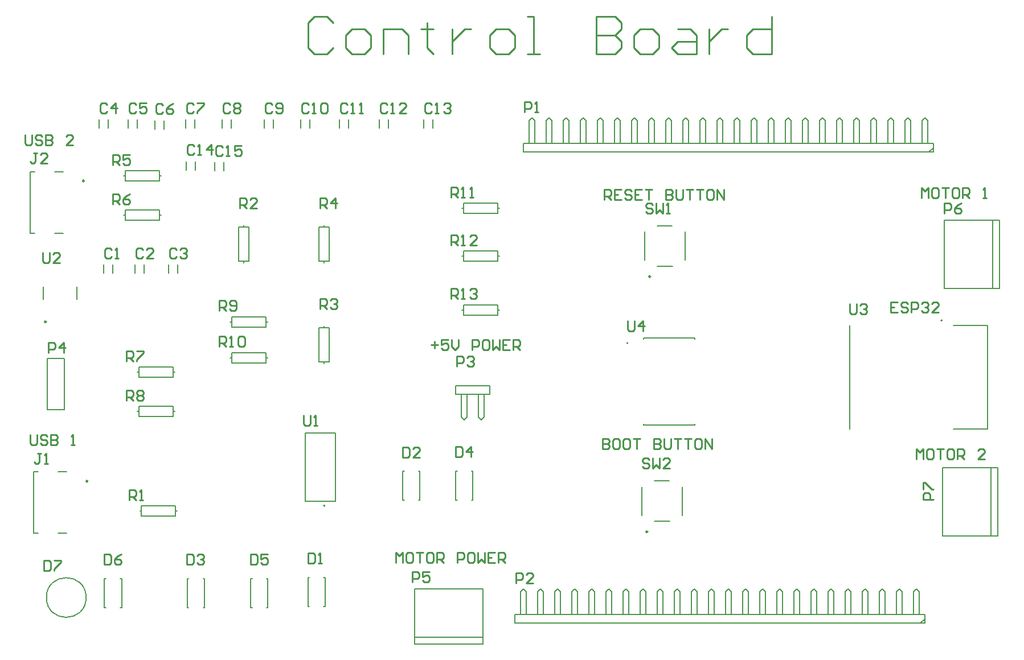
<source format=gbr>
%TF.GenerationSoftware,Altium Limited,Altium Designer,24.3.1 (35)*%
G04 Layer_Color=65535*
%FSLAX45Y45*%
%MOMM*%
%TF.SameCoordinates,9497362C-8314-4730-AF2A-4C837BA13D10*%
%TF.FilePolarity,Positive*%
%TF.FileFunction,Legend,Top*%
%TF.Part,Single*%
G01*
G75*
%TA.AperFunction,NonConductor*%
%ADD36C,0.20000*%
%ADD37C,0.12700*%
%ADD38C,0.25000*%
%ADD39C,0.25400*%
D36*
X13710600Y9998400D02*
G03*
X13710600Y9998400I-10000J0D01*
G01*
X9204802Y7577399D02*
G03*
X9204802Y7577399I-10000J0D01*
G01*
X18383501Y10331900D02*
G03*
X18383501Y10331900I-10000J0D01*
G01*
X12026900Y5829300D02*
X17932401D01*
X18122900D01*
X12111568Y5956300D02*
Y6294968D01*
X12153900Y6337300D01*
X12196237Y6294968D01*
Y5956300D02*
Y6294968D01*
X12365568Y5956300D02*
Y6294968D01*
X12407900Y6337300D01*
X12450237Y6294968D01*
Y5956300D02*
Y6294968D01*
X12619568Y5956300D02*
Y6294968D01*
X12661900Y6337300D01*
X12704237Y6294968D01*
Y5956300D02*
Y6294968D01*
X12873569Y5956300D02*
Y6294968D01*
X12915900Y6337300D01*
X12958237Y6294968D01*
Y5956300D02*
Y6294968D01*
X13127568Y5956300D02*
Y6294968D01*
X13169901Y6337300D01*
X13212238Y6294968D01*
Y5956300D02*
Y6294968D01*
X13381567Y5956300D02*
Y6294968D01*
X13423900Y6337300D01*
X13466237Y6294968D01*
Y5956300D02*
Y6294968D01*
X13635568Y5956300D02*
Y6294968D01*
X13677901Y6337300D01*
X13720238Y6294968D01*
Y5956300D02*
Y6294968D01*
X13889568Y5956300D02*
Y6294968D01*
X13931900Y6337300D01*
X13974237Y6294968D01*
Y5956300D02*
Y6294968D01*
X14143568Y5956300D02*
Y6294968D01*
X14185899Y6337300D01*
X14228236Y6294968D01*
Y5956300D02*
Y6294968D01*
X14397568Y5956300D02*
Y6294968D01*
X14439900Y6337300D01*
X14482237Y6294968D01*
Y5956300D02*
Y6294968D01*
X14651569Y5956300D02*
Y6294968D01*
X14693900Y6337300D01*
X14736237Y6294968D01*
Y5956300D02*
Y6294968D01*
X14905568Y5956300D02*
Y6294968D01*
X14947900Y6337300D01*
X14990237Y6294968D01*
Y5956300D02*
Y6294968D01*
X15159567Y5956300D02*
Y6294968D01*
X15201900Y6337300D01*
X15244232Y6294968D01*
Y5956300D02*
Y6294968D01*
X15413568Y5956300D02*
Y6294968D01*
X15455901Y6337300D01*
X15498232Y6294968D01*
Y5956300D02*
Y6294968D01*
X15667567Y5956300D02*
Y6294968D01*
X15709900Y6337300D01*
X15752232Y6294968D01*
Y5956300D02*
Y6294968D01*
X15921568Y5956300D02*
Y6294968D01*
X15963901Y6337300D01*
X16006232Y6294968D01*
Y5956300D02*
Y6294968D01*
X16175568Y5956300D02*
Y6294968D01*
X16217900Y6337300D01*
X16260233Y6294968D01*
Y5956300D02*
Y6294968D01*
X16429568Y5956300D02*
Y6294968D01*
X16471899Y6337300D01*
X16514232Y6294968D01*
Y5956300D02*
Y6294968D01*
X16683568Y5956300D02*
Y6294968D01*
X16725900Y6337300D01*
X16768233Y6294968D01*
Y5956300D02*
Y6294968D01*
X16937569Y5956300D02*
Y6294968D01*
X16979900Y6337300D01*
X17022232Y6294968D01*
Y5956300D02*
Y6294968D01*
X17191568Y5956300D02*
Y6294968D01*
X17233900Y6337300D01*
X17276231Y6294968D01*
Y5956300D02*
Y6294968D01*
X17445567Y5956300D02*
Y6294968D01*
X17487900Y6337300D01*
X17530232Y6294968D01*
Y5956300D02*
Y6294968D01*
X17699568Y5956300D02*
Y6294968D01*
X17741901Y6337300D01*
X17784232Y6294968D01*
Y5956300D02*
Y6294968D01*
X17953568Y5956300D02*
Y6294968D01*
X17995900Y6337300D01*
X18038232Y6294968D01*
Y5956300D02*
Y6294968D01*
X18059399Y5829300D02*
X18122900Y5892800D01*
X12026900Y5829300D02*
Y5956300D01*
X18122900D01*
Y5829300D02*
Y5956300D01*
X12153900Y12839700D02*
X18059399D01*
X18249899D01*
X12238568Y12966701D02*
Y13305368D01*
X12280900Y13347701D01*
X12323237Y13305368D01*
Y12966701D02*
Y13305368D01*
X12492568Y12966701D02*
Y13305368D01*
X12534900Y13347701D01*
X12577237Y13305368D01*
Y12966701D02*
Y13305368D01*
X12746568Y12966701D02*
Y13305368D01*
X12788900Y13347701D01*
X12831236Y13305368D01*
Y12966701D02*
Y13305368D01*
X13000568Y12966701D02*
Y13305368D01*
X13042900Y13347701D01*
X13085237Y13305368D01*
Y12966701D02*
Y13305368D01*
X13254568Y12966701D02*
Y13305368D01*
X13296899Y13347701D01*
X13339236Y13305368D01*
Y12966701D02*
Y13305368D01*
X13508568Y12966701D02*
Y13305368D01*
X13550900Y13347701D01*
X13593237Y13305368D01*
Y12966701D02*
Y13305368D01*
X13762569Y12966701D02*
Y13305368D01*
X13804900Y13347701D01*
X13847237Y13305368D01*
Y12966701D02*
Y13305368D01*
X14016568Y12966701D02*
Y13305368D01*
X14058900Y13347701D01*
X14101237Y13305368D01*
Y12966701D02*
Y13305368D01*
X14270567Y12966701D02*
Y13305368D01*
X14312900Y13347701D01*
X14355237Y13305368D01*
Y12966701D02*
Y13305368D01*
X14524568Y12966701D02*
Y13305368D01*
X14566901Y13347701D01*
X14609238Y13305368D01*
Y12966701D02*
Y13305368D01*
X14778568Y12966701D02*
Y13305368D01*
X14820900Y13347701D01*
X14863237Y13305368D01*
Y12966701D02*
Y13305368D01*
X15032568Y12966701D02*
Y13305368D01*
X15074899Y13347701D01*
X15117236Y13305368D01*
Y12966701D02*
Y13305368D01*
X15286568Y12966701D02*
Y13305368D01*
X15328900Y13347701D01*
X15371233Y13305368D01*
Y12966701D02*
Y13305368D01*
X15540569Y12966701D02*
Y13305368D01*
X15582899Y13347701D01*
X15625232Y13305368D01*
Y12966701D02*
Y13305368D01*
X15794568Y12966701D02*
Y13305368D01*
X15836900Y13347701D01*
X15879231Y13305368D01*
Y12966701D02*
Y13305368D01*
X16048569Y12966701D02*
Y13305368D01*
X16090900Y13347701D01*
X16133232Y13305368D01*
Y12966701D02*
Y13305368D01*
X16302568Y12966701D02*
Y13305368D01*
X16344901Y13347701D01*
X16387231Y13305368D01*
Y12966701D02*
Y13305368D01*
X16556567Y12966701D02*
Y13305368D01*
X16598900Y13347701D01*
X16641232Y13305368D01*
Y12966701D02*
Y13305368D01*
X16810568Y12966701D02*
Y13305368D01*
X16852901Y13347701D01*
X16895232Y13305368D01*
Y12966701D02*
Y13305368D01*
X17064568Y12966701D02*
Y13305368D01*
X17106900Y13347701D01*
X17149232Y13305368D01*
Y12966701D02*
Y13305368D01*
X17318568Y12966701D02*
Y13305368D01*
X17360899Y13347701D01*
X17403232Y13305368D01*
Y12966701D02*
Y13305368D01*
X17572568Y12966701D02*
Y13305368D01*
X17614900Y13347701D01*
X17657233Y13305368D01*
Y12966701D02*
Y13305368D01*
X17826569Y12966701D02*
Y13305368D01*
X17868900Y13347701D01*
X17911232Y13305368D01*
Y12966701D02*
Y13305368D01*
X18080568Y12966701D02*
Y13305368D01*
X18122900Y13347701D01*
X18165231Y13305368D01*
Y12966701D02*
Y13305368D01*
X18186400Y12839700D02*
X18249899Y12903200D01*
X12153900Y12839700D02*
Y12966701D01*
X18249899D01*
Y12839700D02*
Y12966701D01*
X7924800Y11723400D02*
X8001000D01*
X7924800Y11215400D02*
Y11723400D01*
Y11215400D02*
X8077200D01*
Y11723400D01*
X8001000D02*
X8077200D01*
X8001000Y11192540D02*
Y11215400D01*
Y11723400D02*
Y11746260D01*
X10676702Y13195178D02*
Y13322421D01*
X10811698Y13195178D02*
Y13322421D01*
X11264900Y10414000D02*
Y10490200D01*
Y10414000D02*
X11772900D01*
Y10566400D01*
X11264900D02*
X11772900D01*
X11264900Y10490200D02*
Y10566400D01*
X11772900Y10490200D02*
X11795760D01*
X11242040D02*
X11264900D01*
X5188702Y12547402D02*
X5313700D01*
X4821199D02*
X4893701D01*
X4821199Y11633398D02*
Y12547402D01*
X5188702Y11633398D02*
X5313700D01*
X4821199D02*
X4893701D01*
X5240249Y8079501D02*
X5365252D01*
X4872751D02*
X4945248D01*
X4872751Y7165503D02*
Y8079501D01*
X5240249Y7165503D02*
X5365252D01*
X4872751D02*
X4945248D01*
X5914202Y11036178D02*
Y11163422D01*
X6049198Y11036178D02*
Y11163422D01*
X6384102Y11036178D02*
Y11163422D01*
X6519098Y11036178D02*
Y11163422D01*
X6879402Y11036178D02*
Y11163422D01*
X7014398Y11036178D02*
Y11163422D01*
X6282502Y13195178D02*
Y13322421D01*
X6417498Y13195178D02*
Y13322421D01*
X5850702Y13195178D02*
Y13322421D01*
X5985698Y13195178D02*
Y13322421D01*
X6676202Y13182478D02*
Y13309721D01*
X6811198Y13182478D02*
Y13309721D01*
X6477000Y7421301D02*
Y7497501D01*
Y7421301D02*
X6985000D01*
Y7573701D01*
X6477000D02*
X6985000D01*
X6477000Y7497501D02*
Y7573701D01*
X6985000Y7497501D02*
X7007860D01*
X6454140D02*
X6477000D01*
X7133402Y13195178D02*
Y13322421D01*
X7268398Y13195178D02*
Y13322421D01*
X11573932Y8894237D02*
Y9232900D01*
X11531600Y8851900D02*
X11573932Y8894237D01*
X11489268D02*
X11531600Y8851900D01*
X11489268Y8894237D02*
Y9232900D01*
X11319932Y8894232D02*
Y9232900D01*
X11277600Y8851900D02*
X11319937Y8894237D01*
X11235268D02*
X11277600Y8851900D01*
X11235268Y8894237D02*
Y9232900D01*
X11150600Y9359900D02*
X11658600D01*
X11150600Y9232900D02*
Y9359900D01*
X11658600Y9232900D02*
Y9359900D01*
X11150600Y9232900D02*
X11658600D01*
X5334000Y9004300D02*
Y9766300D01*
X5080000D02*
X5334000D01*
X5080000Y9004300D02*
Y9766300D01*
Y9004300D02*
X5334000D01*
X7679502Y13195178D02*
Y13322421D01*
X7814498Y13195178D02*
Y13322421D01*
X8847902Y13195178D02*
Y13322421D01*
X8982898Y13195178D02*
Y13322421D01*
X8301802Y13195178D02*
Y13322421D01*
X8436798Y13195178D02*
Y13322421D01*
X5520690Y10651698D02*
Y10836702D01*
X5020310Y10651698D02*
Y10836702D01*
X9118600Y10223500D02*
X9194800D01*
X9118600Y9715500D02*
Y10223500D01*
Y9715500D02*
X9271000D01*
Y10223500D01*
X9194800D02*
X9271000D01*
X9194800Y9692640D02*
Y9715500D01*
Y10223500D02*
Y10246360D01*
X9419402Y13195178D02*
Y13322421D01*
X9554398Y13195178D02*
Y13322421D01*
X9118600Y11723400D02*
X9194800D01*
X9118600Y11215400D02*
Y11723400D01*
Y11215400D02*
X9271000D01*
Y11723400D01*
X9194800D02*
X9271000D01*
X9194800Y11192540D02*
Y11215400D01*
Y11723400D02*
Y11746260D01*
X6235700Y12406600D02*
Y12482800D01*
Y12406600D02*
X6743700D01*
Y12559000D01*
X6235700D02*
X6743700D01*
X6235700Y12482800D02*
Y12559000D01*
X6743700Y12482800D02*
X6766560D01*
X6212840D02*
X6235700D01*
X6743700Y11901200D02*
Y11977400D01*
X6235700D02*
X6743700D01*
X6235700Y11825000D02*
Y11977400D01*
Y11825000D02*
X6743700D01*
Y11901200D01*
X6212840D02*
X6235700D01*
X6743700D02*
X6766560D01*
X6438900Y9486900D02*
Y9563100D01*
Y9486900D02*
X6946900D01*
Y9639300D01*
X6438900D02*
X6946900D01*
X6438900Y9563100D02*
Y9639300D01*
X6946900Y9563100D02*
X6969760D01*
X6416040D02*
X6438900D01*
Y8902700D02*
Y8978900D01*
Y8902700D02*
X6946900D01*
Y9055100D01*
X6438900D02*
X6946900D01*
X6438900Y8978900D02*
Y9055100D01*
X6946900Y8978900D02*
X6969760D01*
X6416040D02*
X6438900D01*
X7820198Y10236200D02*
Y10312400D01*
Y10236200D02*
X8328198D01*
Y10388600D01*
X7820198D02*
X8328198D01*
X7820198Y10312400D02*
Y10388600D01*
X8328198Y10312400D02*
X8351058D01*
X7797338D02*
X7820198D01*
X11264900Y11925300D02*
Y12001500D01*
Y11925300D02*
X11772900D01*
Y12077700D01*
X11264900D02*
X11772900D01*
X11264900Y12001500D02*
Y12077700D01*
X11772900Y12001500D02*
X11795760D01*
X11242040D02*
X11264900D01*
X7820198Y9702800D02*
Y9779000D01*
Y9702800D02*
X8328198D01*
Y9855200D01*
X7820198D02*
X8328198D01*
X7820198Y9779000D02*
Y9855200D01*
X8328198Y9779000D02*
X8351058D01*
X7797338D02*
X7820198D01*
X10016302Y13195178D02*
Y13322421D01*
X10151298Y13195178D02*
Y13322421D01*
X11264900Y11214100D02*
Y11290300D01*
Y11214100D02*
X11772900D01*
Y11366500D01*
X11264900D02*
X11772900D01*
X11264900Y11290300D02*
Y11366500D01*
X11772900Y11290300D02*
X11795760D01*
X11242040D02*
X11264900D01*
X14558000Y11232302D02*
Y11652702D01*
X13959003Y11232302D02*
Y11652702D01*
X14145599Y11742202D02*
X14368501D01*
X14145599Y11143198D02*
X14371400D01*
X7146102Y12573122D02*
Y12700366D01*
X7281098Y12573122D02*
Y12700366D01*
X14514398Y7435002D02*
Y7855402D01*
X13915401Y7435002D02*
Y7855402D01*
X14101999Y7944902D02*
X14324899D01*
X14101999Y7345898D02*
X14327800D01*
X7565202Y12560178D02*
Y12687422D01*
X7700198Y12560178D02*
Y12687422D01*
D37*
X5654400Y6210300D02*
G03*
X5654400Y6210300I-295000J0D01*
G01*
X19106001Y7124700D02*
Y8140700D01*
X18385999Y7124700D02*
X19106001D01*
X19206001D01*
Y8140700D01*
X19106001D02*
X19206001D01*
X18385999D02*
X19106001D01*
X18385999Y7124700D02*
Y8140700D01*
X5926902Y6061700D02*
Y6494699D01*
X6182898Y6061700D02*
Y6494699D01*
X6161898D02*
X6182898D01*
X5926902D02*
X5947898D01*
X6161898Y6061700D02*
X6182898D01*
X5926902D02*
X5947898D01*
X13945601Y8773399D02*
X14705598D01*
X13945601D02*
Y8790402D01*
X14705598Y8773399D02*
Y8790402D01*
Y10056398D02*
Y10073401D01*
X13945601Y10056398D02*
Y10073401D01*
X14705598D01*
X10541000Y5620898D02*
X11557000D01*
X10541000D02*
Y6340902D01*
Y5520898D02*
Y5620898D01*
Y5520898D02*
X11557000D01*
Y5620898D01*
Y6340902D01*
X10541000D02*
X11557000D01*
X19131403Y10807700D02*
Y11823700D01*
X18411398Y10807700D02*
X19131403D01*
X19231403D01*
Y11823700D01*
X19131403D02*
X19231403D01*
X18411398D02*
X19131403D01*
X18411398Y10807700D02*
Y11823700D01*
X8909304Y8662401D02*
X9359301D01*
Y7642398D02*
Y8662401D01*
X8909304Y7642398D02*
Y8662401D01*
Y7642398D02*
X9359301D01*
X8952499Y6078301D02*
X8973500D01*
X9187500D02*
X9208501D01*
X8952499Y6511300D02*
X8973500D01*
X9187500D02*
X9208501D01*
Y6078301D02*
Y6511300D01*
X8952499Y6078301D02*
Y6511300D01*
X10362199Y7660899D02*
X10383200D01*
X10597200D02*
X10618201D01*
X10362199Y8093903D02*
X10383200D01*
X10597200D02*
X10618201D01*
Y7660899D02*
Y8093903D01*
X10362199Y7660899D02*
Y8093903D01*
X7158198Y6061700D02*
X7179198D01*
X7393198D02*
X7414199D01*
X7158198Y6494699D02*
X7179198D01*
X7393198D02*
X7414199D01*
Y6061700D02*
Y6494699D01*
X7158198Y6061700D02*
Y6494699D01*
X11149599Y7661900D02*
X11170600D01*
X11384600D02*
X11405601D01*
X11149599Y8094899D02*
X11170600D01*
X11384600D02*
X11405601D01*
Y7661900D02*
Y8094899D01*
X11149599Y7661900D02*
Y8094899D01*
X8101599Y6061700D02*
X8122600D01*
X8336600D02*
X8357601D01*
X8101599Y6494699D02*
X8122600D01*
X8336600D02*
X8357601D01*
Y6061700D02*
Y6494699D01*
X8101599Y6061700D02*
Y6494699D01*
X19056000Y8716899D02*
Y10256901D01*
X18551003Y8716899D02*
X19056000D01*
X17006001D02*
Y10256901D01*
X18551003D02*
X19056000D01*
D38*
X5626200Y12409900D02*
G03*
X5626200Y12409900I-12500J0D01*
G01*
X5677750Y7942000D02*
G03*
X5677750Y7942000I-12500J0D01*
G01*
X5061000Y10314810D02*
G03*
X5061000Y10314810I-12500J0D01*
G01*
X14046001Y10987700D02*
G03*
X14046001Y10987700I-12500J0D01*
G01*
X14002400Y7190400D02*
G03*
X14002400Y7190400I-12500J0D01*
G01*
D39*
X9325913Y14765717D02*
X9232810Y14858820D01*
X9046603D01*
X8953500Y14765717D01*
Y14393303D01*
X9046603Y14300200D01*
X9232810D01*
X9325913Y14393303D01*
X9605223Y14300200D02*
X9791429D01*
X9884532Y14393303D01*
Y14579510D01*
X9791429Y14672614D01*
X9605223D01*
X9512119Y14579510D01*
Y14393303D01*
X9605223Y14300200D01*
X10070739D02*
Y14672614D01*
X10350048D01*
X10443152Y14579510D01*
Y14300200D01*
X10722461Y14765717D02*
Y14672614D01*
X10629358D01*
X10815565D01*
X10722461D01*
Y14393303D01*
X10815565Y14300200D01*
X11094874Y14672614D02*
Y14300200D01*
Y14486406D01*
X11187978Y14579510D01*
X11281081Y14672614D01*
X11374184D01*
X11746597Y14300200D02*
X11932803D01*
X12025907Y14393303D01*
Y14579510D01*
X11932803Y14672614D01*
X11746597D01*
X11653494Y14579510D01*
Y14393303D01*
X11746597Y14300200D01*
X12212113D02*
X12398320D01*
X12305216D01*
Y14858820D01*
X12212113D01*
X13236249D02*
Y14300200D01*
X13515558D01*
X13608662Y14393303D01*
Y14486406D01*
X13515558Y14579510D01*
X13236249D01*
X13515558D01*
X13608662Y14672614D01*
Y14765717D01*
X13515558Y14858820D01*
X13236249D01*
X13887971Y14300200D02*
X14074178D01*
X14167281Y14393303D01*
Y14579510D01*
X14074178Y14672614D01*
X13887971D01*
X13794868Y14579510D01*
Y14393303D01*
X13887971Y14300200D01*
X14446591Y14672614D02*
X14632797D01*
X14725900Y14579510D01*
Y14300200D01*
X14446591D01*
X14353488Y14393303D01*
X14446591Y14486406D01*
X14725900D01*
X14912106Y14672614D02*
Y14300200D01*
Y14486406D01*
X15005209Y14579510D01*
X15098312Y14672614D01*
X15191417D01*
X15843140Y14858820D02*
Y14300200D01*
X15563831D01*
X15470726Y14393303D01*
Y14579510D01*
X15563831Y14672614D01*
X15843140D01*
X17716467Y10604451D02*
X17614900D01*
Y10452100D01*
X17716467D01*
X17614900Y10528275D02*
X17665683D01*
X17868819Y10579059D02*
X17843427Y10604451D01*
X17792644D01*
X17767252Y10579059D01*
Y10553667D01*
X17792644Y10528275D01*
X17843427D01*
X17868819Y10502883D01*
Y10477492D01*
X17843427Y10452100D01*
X17792644D01*
X17767252Y10477492D01*
X17919601Y10452100D02*
Y10604451D01*
X17995776D01*
X18021169Y10579059D01*
Y10528275D01*
X17995776Y10502883D01*
X17919601D01*
X18071951Y10579059D02*
X18097343Y10604451D01*
X18148128D01*
X18173518Y10579059D01*
Y10553667D01*
X18148128Y10528275D01*
X18122736D01*
X18148128D01*
X18173518Y10502883D01*
Y10477492D01*
X18148128Y10452100D01*
X18097343D01*
X18071951Y10477492D01*
X18325870Y10452100D02*
X18224303D01*
X18325870Y10553667D01*
Y10579059D01*
X18300478Y10604451D01*
X18249695D01*
X18224303Y10579059D01*
X10782300Y9969475D02*
X10883867D01*
X10833083Y10020259D02*
Y9918692D01*
X11036218Y10045651D02*
X10934651D01*
Y9969475D01*
X10985434Y9994867D01*
X11010826D01*
X11036218Y9969475D01*
Y9918692D01*
X11010826Y9893300D01*
X10960043D01*
X10934651Y9918692D01*
X11087001Y10045651D02*
Y9944083D01*
X11137785Y9893300D01*
X11188569Y9944083D01*
Y10045651D01*
X11391703Y9893300D02*
Y10045651D01*
X11467878D01*
X11493270Y10020259D01*
Y9969475D01*
X11467878Y9944083D01*
X11391703D01*
X11620229Y10045651D02*
X11569445D01*
X11544054Y10020259D01*
Y9918692D01*
X11569445Y9893300D01*
X11620229D01*
X11645621Y9918692D01*
Y10020259D01*
X11620229Y10045651D01*
X11696404D02*
Y9893300D01*
X11747188Y9944083D01*
X11797972Y9893300D01*
Y10045651D01*
X11950322D02*
X11848755D01*
Y9893300D01*
X11950322D01*
X11848755Y9969475D02*
X11899539D01*
X12001106Y9893300D02*
Y10045651D01*
X12077281D01*
X12102673Y10020259D01*
Y9969475D01*
X12077281Y9944083D01*
X12001106D01*
X12051889D02*
X12102673Y9893300D01*
X4826000Y8635951D02*
Y8508992D01*
X4851392Y8483600D01*
X4902175D01*
X4927567Y8508992D01*
Y8635951D01*
X5079918Y8610559D02*
X5054526Y8635951D01*
X5003743D01*
X4978351Y8610559D01*
Y8585167D01*
X5003743Y8559775D01*
X5054526D01*
X5079918Y8534383D01*
Y8508992D01*
X5054526Y8483600D01*
X5003743D01*
X4978351Y8508992D01*
X5130701Y8635951D02*
Y8483600D01*
X5206877D01*
X5232269Y8508992D01*
Y8534383D01*
X5206877Y8559775D01*
X5130701D01*
X5206877D01*
X5232269Y8585167D01*
Y8610559D01*
X5206877Y8635951D01*
X5130701D01*
X5435403Y8483600D02*
X5486186D01*
X5460795D01*
Y8635951D01*
X5435403Y8610559D01*
X4749800Y13093651D02*
Y12966692D01*
X4775192Y12941299D01*
X4825975D01*
X4851367Y12966692D01*
Y13093651D01*
X5003718Y13068259D02*
X4978326Y13093651D01*
X4927543D01*
X4902151Y13068259D01*
Y13042867D01*
X4927543Y13017474D01*
X4978326D01*
X5003718Y12992084D01*
Y12966692D01*
X4978326Y12941299D01*
X4927543D01*
X4902151Y12966692D01*
X5054501Y13093651D02*
Y12941299D01*
X5130677D01*
X5156069Y12966692D01*
Y12992084D01*
X5130677Y13017474D01*
X5054501D01*
X5130677D01*
X5156069Y13042867D01*
Y13068259D01*
X5130677Y13093651D01*
X5054501D01*
X5460770Y12941299D02*
X5359203D01*
X5460770Y13042867D01*
Y13068259D01*
X5435378Y13093651D01*
X5384595D01*
X5359203Y13068259D01*
X10261600Y6731000D02*
Y6883351D01*
X10312383Y6832567D01*
X10363167Y6883351D01*
Y6731000D01*
X10490126Y6883351D02*
X10439343D01*
X10413951Y6857959D01*
Y6756392D01*
X10439343Y6731000D01*
X10490126D01*
X10515518Y6756392D01*
Y6857959D01*
X10490126Y6883351D01*
X10566301D02*
X10667869D01*
X10617085D01*
Y6731000D01*
X10794828Y6883351D02*
X10744044D01*
X10718652Y6857959D01*
Y6756392D01*
X10744044Y6731000D01*
X10794828D01*
X10820219Y6756392D01*
Y6857959D01*
X10794828Y6883351D01*
X10871003Y6731000D02*
Y6883351D01*
X10947178D01*
X10972570Y6857959D01*
Y6807175D01*
X10947178Y6781783D01*
X10871003D01*
X10921786D02*
X10972570Y6731000D01*
X11175704D02*
Y6883351D01*
X11251880D01*
X11277272Y6857959D01*
Y6807175D01*
X11251880Y6781783D01*
X11175704D01*
X11404230Y6883351D02*
X11353447D01*
X11328055Y6857959D01*
Y6756392D01*
X11353447Y6731000D01*
X11404230D01*
X11429622Y6756392D01*
Y6857959D01*
X11404230Y6883351D01*
X11480406D02*
Y6731000D01*
X11531189Y6781783D01*
X11581973Y6731000D01*
Y6883351D01*
X11734324D02*
X11632757D01*
Y6731000D01*
X11734324D01*
X11632757Y6807175D02*
X11683540D01*
X11785107Y6731000D02*
Y6883351D01*
X11861283D01*
X11886674Y6857959D01*
Y6807175D01*
X11861283Y6781783D01*
X11785107D01*
X11835891D02*
X11886674Y6731000D01*
X17995900Y8267700D02*
Y8420051D01*
X18046683Y8369267D01*
X18097467Y8420051D01*
Y8267700D01*
X18224426Y8420051D02*
X18173643D01*
X18148251Y8394659D01*
Y8293092D01*
X18173643Y8267700D01*
X18224426D01*
X18249818Y8293092D01*
Y8394659D01*
X18224426Y8420051D01*
X18300601D02*
X18402168D01*
X18351385D01*
Y8267700D01*
X18529128Y8420051D02*
X18478345D01*
X18452953Y8394659D01*
Y8293092D01*
X18478345Y8267700D01*
X18529128D01*
X18554520Y8293092D01*
Y8394659D01*
X18529128Y8420051D01*
X18605302Y8267700D02*
Y8420051D01*
X18681477D01*
X18706870Y8394659D01*
Y8343875D01*
X18681477Y8318483D01*
X18605302D01*
X18656087D02*
X18706870Y8267700D01*
X19011572D02*
X18910004D01*
X19011572Y8369267D01*
Y8394659D01*
X18986180Y8420051D01*
X18935396D01*
X18910004Y8394659D01*
X18072099Y12153900D02*
Y12306251D01*
X18122884Y12255467D01*
X18173666Y12306251D01*
Y12153900D01*
X18300626Y12306251D02*
X18249843D01*
X18224451Y12280859D01*
Y12179292D01*
X18249843Y12153900D01*
X18300626D01*
X18326018Y12179292D01*
Y12280859D01*
X18300626Y12306251D01*
X18376801D02*
X18478369D01*
X18427585D01*
Y12153900D01*
X18605328Y12306251D02*
X18554544D01*
X18529152Y12280859D01*
Y12179292D01*
X18554544Y12153900D01*
X18605328D01*
X18630719Y12179292D01*
Y12280859D01*
X18605328Y12306251D01*
X18681503Y12153900D02*
Y12306251D01*
X18757678D01*
X18783070Y12280859D01*
Y12230075D01*
X18757678Y12204683D01*
X18681503D01*
X18732286D02*
X18783070Y12153900D01*
X18986205D02*
X19036987D01*
X19011597D01*
Y12306251D01*
X18986205Y12280859D01*
X13335001Y8572451D02*
Y8420100D01*
X13411176D01*
X13436568Y8445492D01*
Y8470883D01*
X13411176Y8496275D01*
X13335001D01*
X13411176D01*
X13436568Y8521667D01*
Y8547059D01*
X13411176Y8572451D01*
X13335001D01*
X13563525D02*
X13512743D01*
X13487350Y8547059D01*
Y8445492D01*
X13512743Y8420100D01*
X13563525D01*
X13588918Y8445492D01*
Y8547059D01*
X13563525Y8572451D01*
X13715877D02*
X13665092D01*
X13639700Y8547059D01*
Y8445492D01*
X13665092Y8420100D01*
X13715877D01*
X13741269Y8445492D01*
Y8547059D01*
X13715877Y8572451D01*
X13792052D02*
X13893619D01*
X13842836D01*
Y8420100D01*
X14096754Y8572451D02*
Y8420100D01*
X14172929D01*
X14198322Y8445492D01*
Y8470883D01*
X14172929Y8496275D01*
X14096754D01*
X14172929D01*
X14198322Y8521667D01*
Y8547059D01*
X14172929Y8572451D01*
X14096754D01*
X14249104D02*
Y8445492D01*
X14274496Y8420100D01*
X14325281D01*
X14350671Y8445492D01*
Y8572451D01*
X14401456D02*
X14503021D01*
X14452238D01*
Y8420100D01*
X14553806Y8572451D02*
X14655373D01*
X14604588D01*
Y8420100D01*
X14782332Y8572451D02*
X14731548D01*
X14706157Y8547059D01*
Y8445492D01*
X14731548Y8420100D01*
X14782332D01*
X14807724Y8445492D01*
Y8547059D01*
X14782332Y8572451D01*
X14858507Y8420100D02*
Y8572451D01*
X14960074Y8420100D01*
Y8572451D01*
X13360400Y12128500D02*
Y12280851D01*
X13436575D01*
X13461967Y12255459D01*
Y12204675D01*
X13436575Y12179283D01*
X13360400D01*
X13411183D02*
X13461967Y12128500D01*
X13614317Y12280851D02*
X13512750D01*
Y12128500D01*
X13614317D01*
X13512750Y12204675D02*
X13563535D01*
X13766669Y12255459D02*
X13741277Y12280851D01*
X13690492D01*
X13665102Y12255459D01*
Y12230067D01*
X13690492Y12204675D01*
X13741277D01*
X13766669Y12179283D01*
Y12153892D01*
X13741277Y12128500D01*
X13690492D01*
X13665102Y12153892D01*
X13919019Y12280851D02*
X13817451D01*
Y12128500D01*
X13919019D01*
X13817451Y12204675D02*
X13868236D01*
X13969803Y12280851D02*
X14071370D01*
X14020586D01*
Y12128500D01*
X14274504Y12280851D02*
Y12128500D01*
X14350681D01*
X14376073Y12153892D01*
Y12179283D01*
X14350681Y12204675D01*
X14274504D01*
X14350681D01*
X14376073Y12230067D01*
Y12255459D01*
X14350681Y12280851D01*
X14274504D01*
X14426855D02*
Y12153892D01*
X14452248Y12128500D01*
X14503030D01*
X14528423Y12153892D01*
Y12280851D01*
X14579205D02*
X14680772D01*
X14629990D01*
Y12128500D01*
X14731557Y12280851D02*
X14833124D01*
X14782339D01*
Y12128500D01*
X14960083Y12280851D02*
X14909299D01*
X14883907Y12255459D01*
Y12153892D01*
X14909299Y12128500D01*
X14960083D01*
X14985474Y12153892D01*
Y12255459D01*
X14960083Y12280851D01*
X15036258Y12128500D02*
Y12280851D01*
X15137825Y12128500D01*
Y12280851D01*
X13705840Y10330131D02*
Y10203172D01*
X13731232Y10177780D01*
X13782014D01*
X13807407Y10203172D01*
Y10330131D01*
X13934366Y10177780D02*
Y10330131D01*
X13858191Y10253955D01*
X13959758D01*
X18249875Y7670841D02*
X18097525D01*
Y7747017D01*
X18122917Y7772408D01*
X18173700D01*
X18199092Y7747017D01*
Y7670841D01*
X18097525Y7823192D02*
Y7924759D01*
X18122917D01*
X18224483Y7823192D01*
X18249875D01*
X18409920Y11927840D02*
Y12080191D01*
X18486095D01*
X18511487Y12054799D01*
Y12004015D01*
X18486095Y11978623D01*
X18409920D01*
X18663838Y12080191D02*
X18613054Y12054799D01*
X18562271Y12004015D01*
Y11953232D01*
X18587663Y11927840D01*
X18638446D01*
X18663838Y11953232D01*
Y11978623D01*
X18638446Y12004015D01*
X18562271D01*
X10505440Y6443980D02*
Y6596331D01*
X10581615D01*
X10607007Y6570939D01*
Y6520155D01*
X10581615Y6494763D01*
X10505440D01*
X10759358Y6596331D02*
X10657791D01*
Y6520155D01*
X10708574Y6545547D01*
X10733966D01*
X10759358Y6520155D01*
Y6469372D01*
X10733966Y6443980D01*
X10683183D01*
X10657791Y6469372D01*
X11082020Y10652760D02*
Y10805111D01*
X11158195D01*
X11183587Y10779719D01*
Y10728935D01*
X11158195Y10703543D01*
X11082020D01*
X11132803D02*
X11183587Y10652760D01*
X11234371D02*
X11285154D01*
X11259763D01*
Y10805111D01*
X11234371Y10779719D01*
X11361330D02*
X11386721Y10805111D01*
X11437505D01*
X11462897Y10779719D01*
Y10754327D01*
X11437505Y10728935D01*
X11412113D01*
X11437505D01*
X11462897Y10703543D01*
Y10678152D01*
X11437505Y10652760D01*
X11386721D01*
X11361330Y10678152D01*
X5024120Y6761431D02*
Y6609080D01*
X5100295D01*
X5125687Y6634472D01*
Y6736039D01*
X5100295Y6761431D01*
X5024120D01*
X5176471D02*
X5278038D01*
Y6736039D01*
X5176471Y6634472D01*
Y6609080D01*
X17002760Y10581591D02*
Y10454632D01*
X17028152Y10429240D01*
X17078935D01*
X17104327Y10454632D01*
Y10581591D01*
X17155112Y10556199D02*
X17180502Y10581591D01*
X17231287D01*
X17256677Y10556199D01*
Y10530807D01*
X17231287Y10505415D01*
X17205894D01*
X17231287D01*
X17256677Y10480023D01*
Y10454632D01*
X17231287Y10429240D01*
X17180502D01*
X17155112Y10454632D01*
X5011420Y11343591D02*
Y11216632D01*
X5036812Y11191240D01*
X5087595D01*
X5112987Y11216632D01*
Y11343591D01*
X5265338Y11191240D02*
X5163771D01*
X5265338Y11292807D01*
Y11318199D01*
X5239946Y11343591D01*
X5189163D01*
X5163771Y11318199D01*
X8890000Y8917891D02*
Y8790932D01*
X8915392Y8765540D01*
X8966175D01*
X8991567Y8790932D01*
Y8917891D01*
X9042351Y8765540D02*
X9093134D01*
X9067743D01*
Y8917891D01*
X9042351Y8892499D01*
X14028387Y8260039D02*
X14002995Y8285431D01*
X13952213D01*
X13926820Y8260039D01*
Y8234647D01*
X13952213Y8209255D01*
X14002995D01*
X14028387Y8183863D01*
Y8158472D01*
X14002995Y8133080D01*
X13952213D01*
X13926820Y8158472D01*
X14079172Y8285431D02*
Y8133080D01*
X14129955Y8183863D01*
X14180737Y8133080D01*
Y8285431D01*
X14333089Y8133080D02*
X14231522D01*
X14333089Y8234647D01*
Y8260039D01*
X14307697Y8285431D01*
X14256914D01*
X14231522Y8260039D01*
X14074107Y12057339D02*
X14048715Y12082731D01*
X13997932D01*
X13972540Y12057339D01*
Y12031947D01*
X13997932Y12006555D01*
X14048715D01*
X14074107Y11981163D01*
Y11955772D01*
X14048715Y11930380D01*
X13997932D01*
X13972540Y11955772D01*
X14124892Y12082731D02*
Y11930380D01*
X14175674Y11981163D01*
X14226459Y11930380D01*
Y12082731D01*
X14277242Y11930380D02*
X14328024D01*
X14302634D01*
Y12082731D01*
X14277242Y12057339D01*
X11082020Y11452860D02*
Y11605211D01*
X11158195D01*
X11183587Y11579819D01*
Y11529035D01*
X11158195Y11503643D01*
X11082020D01*
X11132803D02*
X11183587Y11452860D01*
X11234371D02*
X11285154D01*
X11259763D01*
Y11605211D01*
X11234371Y11579819D01*
X11462897Y11452860D02*
X11361330D01*
X11462897Y11554427D01*
Y11579819D01*
X11437505Y11605211D01*
X11386721D01*
X11361330Y11579819D01*
X11082020Y12164060D02*
Y12316411D01*
X11158195D01*
X11183587Y12291019D01*
Y12240235D01*
X11158195Y12214843D01*
X11082020D01*
X11132803D02*
X11183587Y12164060D01*
X11234371D02*
X11285154D01*
X11259763D01*
Y12316411D01*
X11234371Y12291019D01*
X11361330Y12164060D02*
X11412113D01*
X11386721D01*
Y12316411D01*
X11361330Y12291019D01*
X7637780Y9941560D02*
Y10093911D01*
X7713955D01*
X7739347Y10068519D01*
Y10017735D01*
X7713955Y9992343D01*
X7637780D01*
X7688563D02*
X7739347Y9941560D01*
X7790131D02*
X7840914D01*
X7815523D01*
Y10093911D01*
X7790131Y10068519D01*
X7917090D02*
X7942481Y10093911D01*
X7993265D01*
X8018657Y10068519D01*
Y9966952D01*
X7993265Y9941560D01*
X7942481D01*
X7917090Y9966952D01*
Y10068519D01*
X7637780Y10474960D02*
Y10627311D01*
X7713955D01*
X7739347Y10601919D01*
Y10551135D01*
X7713955Y10525743D01*
X7637780D01*
X7688563D02*
X7739347Y10474960D01*
X7790131Y10500352D02*
X7815523Y10474960D01*
X7866306D01*
X7891698Y10500352D01*
Y10601919D01*
X7866306Y10627311D01*
X7815523D01*
X7790131Y10601919D01*
Y10576527D01*
X7815523Y10551135D01*
X7891698D01*
X6256020Y9141460D02*
Y9293811D01*
X6332195D01*
X6357587Y9268419D01*
Y9217635D01*
X6332195Y9192243D01*
X6256020D01*
X6306803D02*
X6357587Y9141460D01*
X6408371Y9268419D02*
X6433763Y9293811D01*
X6484546D01*
X6509938Y9268419D01*
Y9243027D01*
X6484546Y9217635D01*
X6509938Y9192243D01*
Y9166852D01*
X6484546Y9141460D01*
X6433763D01*
X6408371Y9166852D01*
Y9192243D01*
X6433763Y9217635D01*
X6408371Y9243027D01*
Y9268419D01*
X6433763Y9217635D02*
X6484546D01*
X6256020Y9725660D02*
Y9878011D01*
X6332195D01*
X6357587Y9852619D01*
Y9801835D01*
X6332195Y9776443D01*
X6256020D01*
X6306803D02*
X6357587Y9725660D01*
X6408371Y9878011D02*
X6509938D01*
Y9852619D01*
X6408371Y9751052D01*
Y9725660D01*
X6052820Y12062460D02*
Y12214811D01*
X6128995D01*
X6154387Y12189419D01*
Y12138635D01*
X6128995Y12113243D01*
X6052820D01*
X6103603D02*
X6154387Y12062460D01*
X6306738Y12214811D02*
X6255954Y12189419D01*
X6205171Y12138635D01*
Y12087852D01*
X6230563Y12062460D01*
X6281346D01*
X6306738Y12087852D01*
Y12113243D01*
X6281346Y12138635D01*
X6205171D01*
X6052820Y12644120D02*
Y12796471D01*
X6128995D01*
X6154387Y12771079D01*
Y12720295D01*
X6128995Y12694903D01*
X6052820D01*
X6103603D02*
X6154387Y12644120D01*
X6306738Y12796471D02*
X6205171D01*
Y12720295D01*
X6255954Y12745687D01*
X6281346D01*
X6306738Y12720295D01*
Y12669512D01*
X6281346Y12644120D01*
X6230563D01*
X6205171Y12669512D01*
X9133840Y12006580D02*
Y12158931D01*
X9210015D01*
X9235407Y12133539D01*
Y12082755D01*
X9210015Y12057363D01*
X9133840D01*
X9184623D02*
X9235407Y12006580D01*
X9362366D02*
Y12158931D01*
X9286191Y12082755D01*
X9387758D01*
X9133840Y10507980D02*
Y10660331D01*
X9210015D01*
X9235407Y10634939D01*
Y10584155D01*
X9210015Y10558763D01*
X9133840D01*
X9184623D02*
X9235407Y10507980D01*
X9286191Y10634939D02*
X9311583Y10660331D01*
X9362366D01*
X9387758Y10634939D01*
Y10609547D01*
X9362366Y10584155D01*
X9336974D01*
X9362366D01*
X9387758Y10558763D01*
Y10533372D01*
X9362366Y10507980D01*
X9311583D01*
X9286191Y10533372D01*
X7940040Y12006580D02*
Y12158931D01*
X8016215D01*
X8041607Y12133539D01*
Y12082755D01*
X8016215Y12057363D01*
X7940040D01*
X7990823D02*
X8041607Y12006580D01*
X8193958D02*
X8092391D01*
X8193958Y12108147D01*
Y12133539D01*
X8168566Y12158931D01*
X8117783D01*
X8092391Y12133539D01*
X6294120Y7660640D02*
Y7812991D01*
X6370295D01*
X6395687Y7787599D01*
Y7736815D01*
X6370295Y7711423D01*
X6294120D01*
X6344903D02*
X6395687Y7660640D01*
X6446471D02*
X6497254D01*
X6471863D01*
Y7812991D01*
X6446471Y7787599D01*
X5095240Y9852660D02*
Y10005011D01*
X5171415D01*
X5196807Y9979619D01*
Y9928835D01*
X5171415Y9903443D01*
X5095240D01*
X5323766Y9852660D02*
Y10005011D01*
X5247591Y9928835D01*
X5349158D01*
X11165840Y9649460D02*
Y9801811D01*
X11242015D01*
X11267407Y9776419D01*
Y9725635D01*
X11242015Y9700243D01*
X11165840D01*
X11318191Y9776419D02*
X11343583Y9801811D01*
X11394366D01*
X11419758Y9776419D01*
Y9751027D01*
X11394366Y9725635D01*
X11368974D01*
X11394366D01*
X11419758Y9700243D01*
Y9674852D01*
X11394366Y9649460D01*
X11343583D01*
X11318191Y9674852D01*
X12042140Y6423660D02*
Y6576011D01*
X12118315D01*
X12143707Y6550619D01*
Y6499835D01*
X12118315Y6474443D01*
X12042140D01*
X12296058Y6423660D02*
X12194491D01*
X12296058Y6525227D01*
Y6550619D01*
X12270666Y6576011D01*
X12219883D01*
X12194491Y6550619D01*
X12169140Y13434061D02*
Y13586411D01*
X12245315D01*
X12270707Y13561018D01*
Y13510236D01*
X12245315Y13484843D01*
X12169140D01*
X12321491Y13434061D02*
X12372274D01*
X12346883D01*
Y13586411D01*
X12321491Y13561018D01*
X4927567Y12821870D02*
X4876783D01*
X4902175D01*
Y12694912D01*
X4876783Y12669520D01*
X4851392D01*
X4826000Y12694912D01*
X5079918Y12669520D02*
X4978351D01*
X5079918Y12771087D01*
Y12796479D01*
X5054526Y12821870D01*
X5003743D01*
X4978351Y12796479D01*
X4980907Y8354011D02*
X4930123D01*
X4955515D01*
Y8227052D01*
X4930123Y8201660D01*
X4904732D01*
X4879340Y8227052D01*
X5031691Y8201660D02*
X5082474D01*
X5057083D01*
Y8354011D01*
X5031691Y8328619D01*
X5925820Y6852871D02*
Y6700520D01*
X6001995D01*
X6027387Y6725912D01*
Y6827479D01*
X6001995Y6852871D01*
X5925820D01*
X6179738D02*
X6128954Y6827479D01*
X6078171Y6776695D01*
Y6725912D01*
X6103563Y6700520D01*
X6154346D01*
X6179738Y6725912D01*
Y6751303D01*
X6154346Y6776695D01*
X6078171D01*
X8100060Y6852871D02*
Y6700520D01*
X8176235D01*
X8201627Y6725912D01*
Y6827479D01*
X8176235Y6852871D01*
X8100060D01*
X8353978D02*
X8252411D01*
Y6776695D01*
X8303194Y6802087D01*
X8328586D01*
X8353978Y6776695D01*
Y6725912D01*
X8328586Y6700520D01*
X8277803D01*
X8252411Y6725912D01*
X11148060Y8453071D02*
Y8300720D01*
X11224235D01*
X11249627Y8326112D01*
Y8427679D01*
X11224235Y8453071D01*
X11148060D01*
X11376586Y8300720D02*
Y8453071D01*
X11300411Y8376895D01*
X11401978D01*
X7155180Y6852871D02*
Y6700520D01*
X7231355D01*
X7256747Y6725912D01*
Y6827479D01*
X7231355Y6852871D01*
X7155180D01*
X7307531Y6827479D02*
X7332923Y6852871D01*
X7383706D01*
X7409098Y6827479D01*
Y6802087D01*
X7383706Y6776695D01*
X7358314D01*
X7383706D01*
X7409098Y6751303D01*
Y6725912D01*
X7383706Y6700520D01*
X7332923D01*
X7307531Y6725912D01*
X10360660Y8450531D02*
Y8298180D01*
X10436835D01*
X10462227Y8323572D01*
Y8425139D01*
X10436835Y8450531D01*
X10360660D01*
X10614578Y8298180D02*
X10513011D01*
X10614578Y8399747D01*
Y8425139D01*
X10589186Y8450531D01*
X10538403D01*
X10513011Y8425139D01*
X8950960Y6868111D02*
Y6715760D01*
X9027135D01*
X9052527Y6741152D01*
Y6842719D01*
X9027135Y6868111D01*
X8950960D01*
X9103311Y6715760D02*
X9154094D01*
X9128703D01*
Y6868111D01*
X9103311Y6842719D01*
X7680927Y12910779D02*
X7655535Y12936171D01*
X7604752D01*
X7579360Y12910779D01*
Y12809212D01*
X7604752Y12783820D01*
X7655535D01*
X7680927Y12809212D01*
X7731711Y12783820D02*
X7782494D01*
X7757103D01*
Y12936171D01*
X7731711Y12910779D01*
X7960237Y12936171D02*
X7858670D01*
Y12859995D01*
X7909453Y12885387D01*
X7934845D01*
X7960237Y12859995D01*
Y12809212D01*
X7934845Y12783820D01*
X7884061D01*
X7858670Y12809212D01*
X7261827Y12923479D02*
X7236435Y12948871D01*
X7185652D01*
X7160260Y12923479D01*
Y12821912D01*
X7185652Y12796520D01*
X7236435D01*
X7261827Y12821912D01*
X7312611Y12796520D02*
X7363394D01*
X7338003D01*
Y12948871D01*
X7312611Y12923479D01*
X7515745Y12796520D02*
Y12948871D01*
X7439570Y12872694D01*
X7541137D01*
X10792427Y13545779D02*
X10767035Y13571172D01*
X10716252D01*
X10690860Y13545779D01*
Y13444212D01*
X10716252Y13418820D01*
X10767035D01*
X10792427Y13444212D01*
X10843211Y13418820D02*
X10893994D01*
X10868603D01*
Y13571172D01*
X10843211Y13545779D01*
X10970170D02*
X10995561Y13571172D01*
X11046345D01*
X11071737Y13545779D01*
Y13520387D01*
X11046345Y13494995D01*
X11020953D01*
X11046345D01*
X11071737Y13469603D01*
Y13444212D01*
X11046345Y13418820D01*
X10995561D01*
X10970170Y13444212D01*
X10132027Y13545779D02*
X10106635Y13571172D01*
X10055852D01*
X10030460Y13545779D01*
Y13444212D01*
X10055852Y13418820D01*
X10106635D01*
X10132027Y13444212D01*
X10182811Y13418820D02*
X10233594D01*
X10208203D01*
Y13571172D01*
X10182811Y13545779D01*
X10411337Y13418820D02*
X10309770D01*
X10411337Y13520387D01*
Y13545779D01*
X10385945Y13571172D01*
X10335161D01*
X10309770Y13545779D01*
X9535127D02*
X9509735Y13571172D01*
X9458952D01*
X9433560Y13545779D01*
Y13444212D01*
X9458952Y13418820D01*
X9509735D01*
X9535127Y13444212D01*
X9585911Y13418820D02*
X9636694D01*
X9611303D01*
Y13571172D01*
X9585911Y13545779D01*
X9712870Y13418820D02*
X9763653D01*
X9738261D01*
Y13571172D01*
X9712870Y13545779D01*
X8963627D02*
X8938235Y13571172D01*
X8887452D01*
X8862060Y13545779D01*
Y13444212D01*
X8887452Y13418820D01*
X8938235D01*
X8963627Y13444212D01*
X9014411Y13418820D02*
X9065194D01*
X9039803D01*
Y13571172D01*
X9014411Y13545779D01*
X9141370D02*
X9166761Y13571172D01*
X9217545D01*
X9242937Y13545779D01*
Y13444212D01*
X9217545Y13418820D01*
X9166761D01*
X9141370Y13444212D01*
Y13545779D01*
X8417527D02*
X8392135Y13571172D01*
X8341352D01*
X8315960Y13545779D01*
Y13444212D01*
X8341352Y13418820D01*
X8392135D01*
X8417527Y13444212D01*
X8468311D02*
X8493703Y13418820D01*
X8544486D01*
X8569878Y13444212D01*
Y13545779D01*
X8544486Y13571172D01*
X8493703D01*
X8468311Y13545779D01*
Y13520387D01*
X8493703Y13494995D01*
X8569878D01*
X7795227Y13545779D02*
X7769835Y13571172D01*
X7719052D01*
X7693660Y13545779D01*
Y13444212D01*
X7719052Y13418820D01*
X7769835D01*
X7795227Y13444212D01*
X7846011Y13545779D02*
X7871403Y13571172D01*
X7922186D01*
X7947578Y13545779D01*
Y13520387D01*
X7922186Y13494995D01*
X7947578Y13469603D01*
Y13444212D01*
X7922186Y13418820D01*
X7871403D01*
X7846011Y13444212D01*
Y13469603D01*
X7871403Y13494995D01*
X7846011Y13520387D01*
Y13545779D01*
X7871403Y13494995D02*
X7922186D01*
X7249127Y13545779D02*
X7223735Y13571172D01*
X7172952D01*
X7147560Y13545779D01*
Y13444212D01*
X7172952Y13418820D01*
X7223735D01*
X7249127Y13444212D01*
X7299911Y13571172D02*
X7401478D01*
Y13545779D01*
X7299911Y13444212D01*
Y13418820D01*
X6791927Y13533080D02*
X6766535Y13558472D01*
X6715752D01*
X6690360Y13533080D01*
Y13431512D01*
X6715752Y13406120D01*
X6766535D01*
X6791927Y13431512D01*
X6944278Y13558472D02*
X6893494Y13533080D01*
X6842711Y13482295D01*
Y13431512D01*
X6868103Y13406120D01*
X6918886D01*
X6944278Y13431512D01*
Y13456903D01*
X6918886Y13482295D01*
X6842711D01*
X6398227Y13545779D02*
X6372835Y13571172D01*
X6322052D01*
X6296660Y13545779D01*
Y13444212D01*
X6322052Y13418820D01*
X6372835D01*
X6398227Y13444212D01*
X6550578Y13571172D02*
X6449011D01*
Y13494995D01*
X6499794Y13520387D01*
X6525186D01*
X6550578Y13494995D01*
Y13444212D01*
X6525186Y13418820D01*
X6474403D01*
X6449011Y13444212D01*
X5966427Y13545779D02*
X5941035Y13571172D01*
X5890252D01*
X5864860Y13545779D01*
Y13444212D01*
X5890252Y13418820D01*
X5941035D01*
X5966427Y13444212D01*
X6093386Y13418820D02*
Y13571172D01*
X6017211Y13494995D01*
X6118778D01*
X6995127Y11386779D02*
X6969735Y11412171D01*
X6918952D01*
X6893560Y11386779D01*
Y11285212D01*
X6918952Y11259820D01*
X6969735D01*
X6995127Y11285212D01*
X7045911Y11386779D02*
X7071303Y11412171D01*
X7122086D01*
X7147478Y11386779D01*
Y11361387D01*
X7122086Y11335995D01*
X7096694D01*
X7122086D01*
X7147478Y11310603D01*
Y11285212D01*
X7122086Y11259820D01*
X7071303D01*
X7045911Y11285212D01*
X6499827Y11386779D02*
X6474435Y11412171D01*
X6423652D01*
X6398260Y11386779D01*
Y11285212D01*
X6423652Y11259820D01*
X6474435D01*
X6499827Y11285212D01*
X6652178Y11259820D02*
X6550611D01*
X6652178Y11361387D01*
Y11386779D01*
X6626786Y11412171D01*
X6576003D01*
X6550611Y11386779D01*
X6029927D02*
X6004535Y11412171D01*
X5953752D01*
X5928360Y11386779D01*
Y11285212D01*
X5953752Y11259820D01*
X6004535D01*
X6029927Y11285212D01*
X6080711Y11259820D02*
X6131494D01*
X6106103D01*
Y11412171D01*
X6080711Y11386779D01*
%TF.MD5,001746193836a747f7801c419f6a8ec4*%
M02*

</source>
